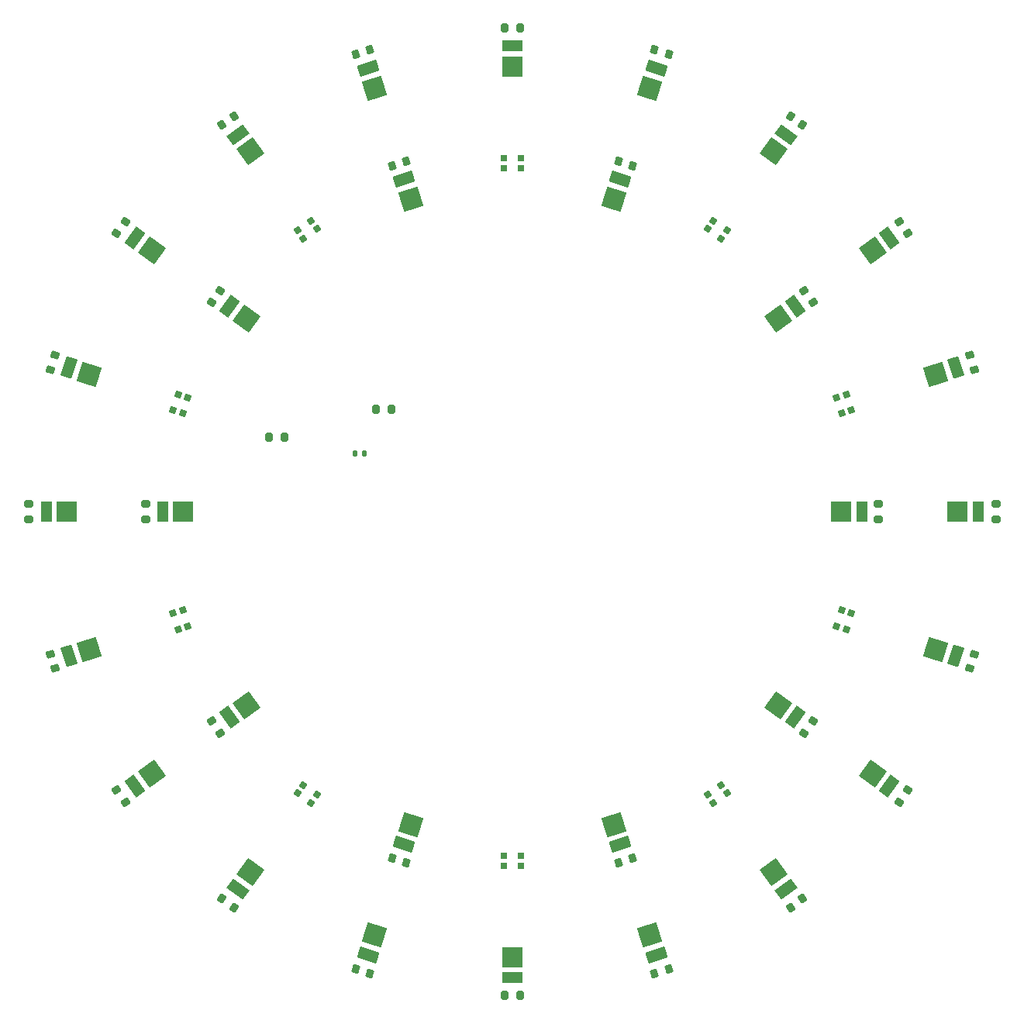
<source format=gbr>
%TF.GenerationSoftware,KiCad,Pcbnew,8.0.3*%
%TF.CreationDate,2024-07-17T21:07:09-04:00*%
%TF.ProjectId,Mainboard,4d61696e-626f-4617-9264-2e6b69636164,rev?*%
%TF.SameCoordinates,Original*%
%TF.FileFunction,Paste,Top*%
%TF.FilePolarity,Positive*%
%FSLAX46Y46*%
G04 Gerber Fmt 4.6, Leading zero omitted, Abs format (unit mm)*
G04 Created by KiCad (PCBNEW 8.0.3) date 2024-07-17 21:07:09*
%MOMM*%
%LPD*%
G01*
G04 APERTURE LIST*
G04 Aperture macros list*
%AMRoundRect*
0 Rectangle with rounded corners*
0 $1 Rounding radius*
0 $2 $3 $4 $5 $6 $7 $8 $9 X,Y pos of 4 corners*
0 Add a 4 corners polygon primitive as box body*
4,1,4,$2,$3,$4,$5,$6,$7,$8,$9,$2,$3,0*
0 Add four circle primitives for the rounded corners*
1,1,$1+$1,$2,$3*
1,1,$1+$1,$4,$5*
1,1,$1+$1,$6,$7*
1,1,$1+$1,$8,$9*
0 Add four rect primitives between the rounded corners*
20,1,$1+$1,$2,$3,$4,$5,0*
20,1,$1+$1,$4,$5,$6,$7,0*
20,1,$1+$1,$6,$7,$8,$9,0*
20,1,$1+$1,$8,$9,$2,$3,0*%
%AMRotRect*
0 Rectangle, with rotation*
0 The origin of the aperture is its center*
0 $1 length*
0 $2 width*
0 $3 Rotation angle, in degrees counterclockwise*
0 Add horizontal line*
21,1,$1,$2,0,0,$3*%
G04 Aperture macros list end*
%ADD10RoundRect,0.135000X-0.135000X-0.185000X0.135000X-0.185000X0.135000X0.185000X-0.135000X0.185000X0*%
%ADD11RoundRect,0.200000X-0.200000X-0.275000X0.200000X-0.275000X0.200000X0.275000X-0.200000X0.275000X0*%
%ADD12RotRect,0.700000X0.700000X324.000000*%
%ADD13RotRect,0.700000X0.700000X288.000000*%
%ADD14RotRect,0.700000X0.700000X252.000000*%
%ADD15RotRect,0.700000X0.700000X216.000000*%
%ADD16R,0.700000X0.700000*%
%ADD17RotRect,0.700000X0.700000X144.000000*%
%ADD18RotRect,0.700000X0.700000X108.000000*%
%ADD19RotRect,0.700000X0.700000X72.000000*%
%ADD20RotRect,0.700000X0.700000X36.000000*%
%ADD21RoundRect,0.200000X0.104923X-0.323444X0.340037X0.000162X-0.104923X0.323444X-0.340037X-0.000162X0*%
%ADD22RotRect,1.250000X2.200000X324.000000*%
%ADD23RotRect,2.200000X2.200000X324.000000*%
%ADD24RoundRect,0.200000X-0.105232X-0.323344X0.275191X-0.199737X0.105232X0.323344X-0.275191X0.199737X0*%
%ADD25RotRect,1.250000X2.200000X288.000000*%
%ADD26RotRect,2.200000X2.200000X288.000000*%
%ADD27RoundRect,0.200000X-0.275191X-0.199737X0.105232X-0.323344X0.275191X0.199737X-0.105232X0.323344X0*%
%ADD28RotRect,1.250000X2.200000X252.000000*%
%ADD29RotRect,2.200000X2.200000X252.000000*%
%ADD30RoundRect,0.200000X-0.340037X0.000162X-0.104923X-0.323444X0.340037X-0.000162X0.104923X0.323444X0*%
%ADD31RotRect,1.250000X2.200000X216.000000*%
%ADD32RotRect,2.200000X2.200000X216.000000*%
%ADD33RoundRect,0.200000X-0.275000X0.200000X-0.275000X-0.200000X0.275000X-0.200000X0.275000X0.200000X0*%
%ADD34R,1.250000X2.200000*%
%ADD35R,2.200000X2.200000*%
%ADD36RoundRect,0.200000X-0.104923X0.323444X-0.340037X-0.000162X0.104923X-0.323444X0.340037X0.000162X0*%
%ADD37RotRect,1.250000X2.200000X144.000000*%
%ADD38RotRect,2.200000X2.200000X144.000000*%
%ADD39RoundRect,0.200000X0.105232X0.323344X-0.275191X0.199737X-0.105232X-0.323344X0.275191X-0.199737X0*%
%ADD40RotRect,1.250000X2.200000X108.000000*%
%ADD41RotRect,2.200000X2.200000X108.000000*%
%ADD42RoundRect,0.200000X0.275191X0.199737X-0.105232X0.323344X-0.275191X-0.199737X0.105232X-0.323344X0*%
%ADD43RotRect,1.250000X2.200000X72.000000*%
%ADD44RotRect,2.200000X2.200000X72.000000*%
%ADD45RoundRect,0.200000X0.340037X-0.000162X0.104923X0.323444X-0.340037X0.000162X-0.104923X-0.323444X0*%
%ADD46RotRect,1.250000X2.200000X36.000000*%
%ADD47RotRect,2.200000X2.200000X36.000000*%
%ADD48RoundRect,0.200000X0.199737X-0.275191X0.323344X0.105232X-0.199737X0.275191X-0.323344X-0.105232X0*%
%ADD49RotRect,2.200000X2.200000X342.000000*%
%ADD50RotRect,1.250000X2.200000X342.000000*%
%ADD51RoundRect,0.200000X-0.000162X-0.340037X0.323444X-0.104923X0.000162X0.340037X-0.323444X0.104923X0*%
%ADD52RotRect,2.200000X2.200000X306.000000*%
%ADD53RotRect,1.250000X2.200000X306.000000*%
%ADD54R,2.200000X1.250000*%
%ADD55RoundRect,0.200000X-0.323444X-0.104923X0.000162X-0.340037X0.323444X0.104923X-0.000162X0.340037X0*%
%ADD56RotRect,2.200000X2.200000X234.000000*%
%ADD57RotRect,1.250000X2.200000X234.000000*%
%ADD58RoundRect,0.200000X-0.323344X0.105232X-0.199737X-0.275191X0.323344X-0.105232X0.199737X0.275191X0*%
%ADD59RotRect,2.200000X2.200000X198.000000*%
%ADD60RotRect,1.250000X2.200000X198.000000*%
%ADD61RoundRect,0.200000X-0.199737X0.275191X-0.323344X-0.105232X0.199737X-0.275191X0.323344X0.105232X0*%
%ADD62RotRect,2.200000X2.200000X162.000000*%
%ADD63RotRect,1.250000X2.200000X162.000000*%
%ADD64RoundRect,0.200000X0.000162X0.340037X-0.323444X0.104923X-0.000162X-0.340037X0.323444X-0.104923X0*%
%ADD65RotRect,2.200000X2.200000X126.000000*%
%ADD66RotRect,1.250000X2.200000X126.000000*%
%ADD67RoundRect,0.200000X0.200000X0.275000X-0.200000X0.275000X-0.200000X-0.275000X0.200000X-0.275000X0*%
%ADD68RoundRect,0.200000X0.323444X0.104923X-0.000162X0.340037X-0.323444X-0.104923X0.000162X-0.340037X0*%
%ADD69RotRect,2.200000X2.200000X54.000000*%
%ADD70RotRect,1.250000X2.200000X54.000000*%
%ADD71RoundRect,0.200000X0.323344X-0.105232X0.199737X0.275191X-0.323344X0.105232X-0.199737X-0.275191X0*%
%ADD72RotRect,2.200000X2.200000X18.000000*%
%ADD73RotRect,1.250000X2.200000X18.000000*%
%ADD74RoundRect,0.200000X0.275000X-0.200000X0.275000X0.200000X-0.275000X0.200000X-0.275000X-0.200000X0*%
G04 APERTURE END LIST*
D10*
%TO.C,R4*%
X109790000Y-95250000D03*
X110810000Y-95250000D03*
%TD*%
D11*
%TO.C,R2*%
X100458000Y-93472000D03*
X102108000Y-93472000D03*
%TD*%
%TO.C,R3*%
X112142000Y-90424000D03*
X113792000Y-90424000D03*
%TD*%
D12*
%TO.C,D40*%
X148977649Y-69793670D03*
X148331086Y-70683589D03*
X149811587Y-71759236D03*
X150458150Y-70869317D03*
%TD*%
D13*
%TO.C,D39*%
X163475584Y-88786277D03*
X162429421Y-89126196D03*
X162994922Y-90866629D03*
X164041085Y-90526710D03*
%TD*%
D14*
%TO.C,D38*%
X164041085Y-112673290D03*
X162994922Y-112333371D03*
X162429421Y-114073804D03*
X163475584Y-114413723D03*
%TD*%
D15*
%TO.C,D37*%
X150458150Y-132330683D03*
X149811587Y-131440764D03*
X148331086Y-132516411D03*
X148977649Y-133406330D03*
%TD*%
D16*
%TO.C,D36*%
X127915000Y-140250000D03*
X127915000Y-139150000D03*
X126085000Y-139150000D03*
X126085000Y-140250000D03*
%TD*%
D17*
%TO.C,D35*%
X105022351Y-133406330D03*
X105668914Y-132516411D03*
X104188413Y-131440764D03*
X103541850Y-132330683D03*
%TD*%
D18*
%TO.C,D34*%
X90524416Y-114413723D03*
X91570579Y-114073804D03*
X91005078Y-112333371D03*
X89958915Y-112673290D03*
%TD*%
D19*
%TO.C,D33*%
X89958915Y-90526710D03*
X91005078Y-90866629D03*
X91570579Y-89126196D03*
X90524416Y-88786277D03*
%TD*%
D20*
%TO.C,D32*%
X103541850Y-70869317D03*
X104188413Y-71759236D03*
X105668914Y-70683589D03*
X105022351Y-69793670D03*
%TD*%
D16*
%TO.C,D31*%
X126085000Y-62950000D03*
X126085000Y-64050000D03*
X127915000Y-64050000D03*
X127915000Y-62950000D03*
%TD*%
D21*
%TO.C,R34*%
X159849648Y-124446910D03*
X158879802Y-125781788D03*
%TD*%
D22*
%TO.C,D30*%
X157908494Y-124056336D03*
D23*
X156067981Y-122719124D03*
%TD*%
D24*
%TO.C,R33*%
X140146847Y-139392077D03*
X138577603Y-139901955D03*
%TD*%
D25*
%TO.C,D29*%
X138805994Y-137935114D03*
D26*
X138102981Y-135771460D03*
%TD*%
D27*
%TO.C,R32*%
X115422397Y-139901955D03*
X113853153Y-139392077D03*
%TD*%
D28*
%TO.C,D28*%
X115194006Y-137935114D03*
D29*
X115897019Y-135771460D03*
%TD*%
D30*
%TO.C,R31*%
X95120198Y-125781788D03*
X94150352Y-124446910D03*
%TD*%
D31*
%TO.C,D27*%
X96091506Y-124056336D03*
D32*
X97932019Y-122719124D03*
%TD*%
D33*
%TO.C,R30*%
X86995000Y-102425000D03*
X86995000Y-100775000D03*
%TD*%
D34*
%TO.C,D26*%
X88795000Y-101600000D03*
D35*
X91070000Y-101600000D03*
%TD*%
D36*
%TO.C,R29*%
X94150352Y-78753090D03*
X95120198Y-77418212D03*
%TD*%
D37*
%TO.C,D25*%
X96091506Y-79143664D03*
D38*
X97932019Y-80480876D03*
%TD*%
D39*
%TO.C,R28*%
X113853153Y-63807923D03*
X115422397Y-63298045D03*
%TD*%
D40*
%TO.C,D24*%
X115194006Y-65264886D03*
D41*
X115897019Y-67428540D03*
%TD*%
D42*
%TO.C,R27*%
X138577603Y-63298045D03*
X140146847Y-63807923D03*
%TD*%
D43*
%TO.C,D23*%
X138805994Y-65264886D03*
D44*
X138102981Y-67428540D03*
%TD*%
D45*
%TO.C,R26*%
X158879802Y-77418212D03*
X159849648Y-78753090D03*
%TD*%
D46*
%TO.C,D22*%
X157908494Y-79143664D03*
D47*
X156067981Y-80480876D03*
%TD*%
D48*
%TO.C,R24*%
X177480234Y-117134565D03*
X176970356Y-118703809D03*
%TD*%
D49*
%TO.C,D20*%
X173249878Y-116627497D03*
D50*
X175413532Y-117330510D03*
%TD*%
D21*
%TO.C,R23*%
X170209110Y-131973500D03*
X169239264Y-133308378D03*
%TD*%
D23*
%TO.C,D19*%
X166342497Y-130183997D03*
D22*
X168183010Y-131521209D03*
%TD*%
D51*
%TO.C,R22*%
X158708378Y-143839264D03*
X157373500Y-144809110D03*
%TD*%
D52*
%TO.C,D18*%
X155583997Y-140942497D03*
D53*
X156921209Y-142783010D03*
%TD*%
D24*
%TO.C,R21*%
X144103809Y-151570356D03*
X142534565Y-152080234D03*
%TD*%
D26*
%TO.C,D17*%
X142027497Y-147849878D03*
D25*
X142730510Y-150013532D03*
%TD*%
D11*
%TO.C,R20*%
X127825000Y-154410000D03*
X126175000Y-154410000D03*
%TD*%
D35*
%TO.C,D16*%
X127000000Y-150230000D03*
D54*
X127000000Y-152505000D03*
%TD*%
D27*
%TO.C,R19*%
X111465435Y-152080234D03*
X109896191Y-151570356D03*
%TD*%
D29*
%TO.C,D15*%
X111972503Y-147849878D03*
D28*
X111269490Y-150013532D03*
%TD*%
D55*
%TO.C,R18*%
X96626500Y-144809110D03*
X95291622Y-143839264D03*
%TD*%
D56*
%TO.C,D14*%
X98416003Y-140942497D03*
D57*
X97078791Y-142783010D03*
%TD*%
D30*
%TO.C,R17*%
X84760736Y-133308378D03*
X83790890Y-131973500D03*
%TD*%
D32*
%TO.C,D13*%
X87657503Y-130183997D03*
D31*
X85816990Y-131521209D03*
%TD*%
D58*
%TO.C,R16*%
X77029644Y-118703809D03*
X76519766Y-117134565D03*
%TD*%
D59*
%TO.C,D12*%
X80750122Y-116627497D03*
D60*
X78586468Y-117330510D03*
%TD*%
D33*
%TO.C,R15*%
X74190000Y-102425000D03*
X74190000Y-100775000D03*
%TD*%
D35*
%TO.C,D11*%
X78370000Y-101600000D03*
D34*
X76095000Y-101600000D03*
%TD*%
D61*
%TO.C,R14*%
X76519766Y-86065435D03*
X77029644Y-84496191D03*
%TD*%
D62*
%TO.C,D10*%
X80750122Y-86572503D03*
D63*
X78586468Y-85869490D03*
%TD*%
D36*
%TO.C,R13*%
X83790890Y-71226500D03*
X84760736Y-69891622D03*
%TD*%
D38*
%TO.C,D9*%
X87657503Y-73016003D03*
D37*
X85816990Y-71678791D03*
%TD*%
D64*
%TO.C,R12*%
X95291622Y-59360736D03*
X96626500Y-58390890D03*
%TD*%
D65*
%TO.C,D8*%
X98416003Y-62257503D03*
D66*
X97078791Y-60416990D03*
%TD*%
D39*
%TO.C,R11*%
X109896191Y-51629644D03*
X111465435Y-51119766D03*
%TD*%
D41*
%TO.C,D7*%
X111972503Y-55350122D03*
D40*
X111269490Y-53186468D03*
%TD*%
D67*
%TO.C,R10*%
X126175000Y-48790000D03*
X127825000Y-48790000D03*
%TD*%
D35*
%TO.C,D6*%
X127000000Y-52970000D03*
D54*
X127000000Y-50695000D03*
%TD*%
D42*
%TO.C,R9*%
X142534565Y-51119766D03*
X144103809Y-51629644D03*
%TD*%
D44*
%TO.C,D5*%
X142027497Y-55350122D03*
D43*
X142730510Y-53186468D03*
%TD*%
D68*
%TO.C,R8*%
X157373500Y-58390890D03*
X158708378Y-59360736D03*
%TD*%
D69*
%TO.C,D4*%
X155583997Y-62257503D03*
D70*
X156921209Y-60416990D03*
%TD*%
D45*
%TO.C,R7*%
X169239264Y-69891622D03*
X170209110Y-71226500D03*
%TD*%
D47*
%TO.C,D3*%
X166342497Y-73016003D03*
D46*
X168183010Y-71678791D03*
%TD*%
D71*
%TO.C,R6*%
X176970356Y-84496191D03*
X177480234Y-86065435D03*
%TD*%
D72*
%TO.C,D2*%
X173249878Y-86572503D03*
D73*
X175413532Y-85869490D03*
%TD*%
D34*
%TO.C,D21*%
X165205000Y-101600000D03*
D35*
X162930000Y-101600000D03*
%TD*%
D74*
%TO.C,R25*%
X167005000Y-100775000D03*
X167005000Y-102425000D03*
%TD*%
D35*
%TO.C,D1*%
X175630000Y-101600000D03*
D34*
X177905000Y-101600000D03*
%TD*%
D74*
%TO.C,R5*%
X179810000Y-100775000D03*
X179810000Y-102425000D03*
%TD*%
M02*

</source>
